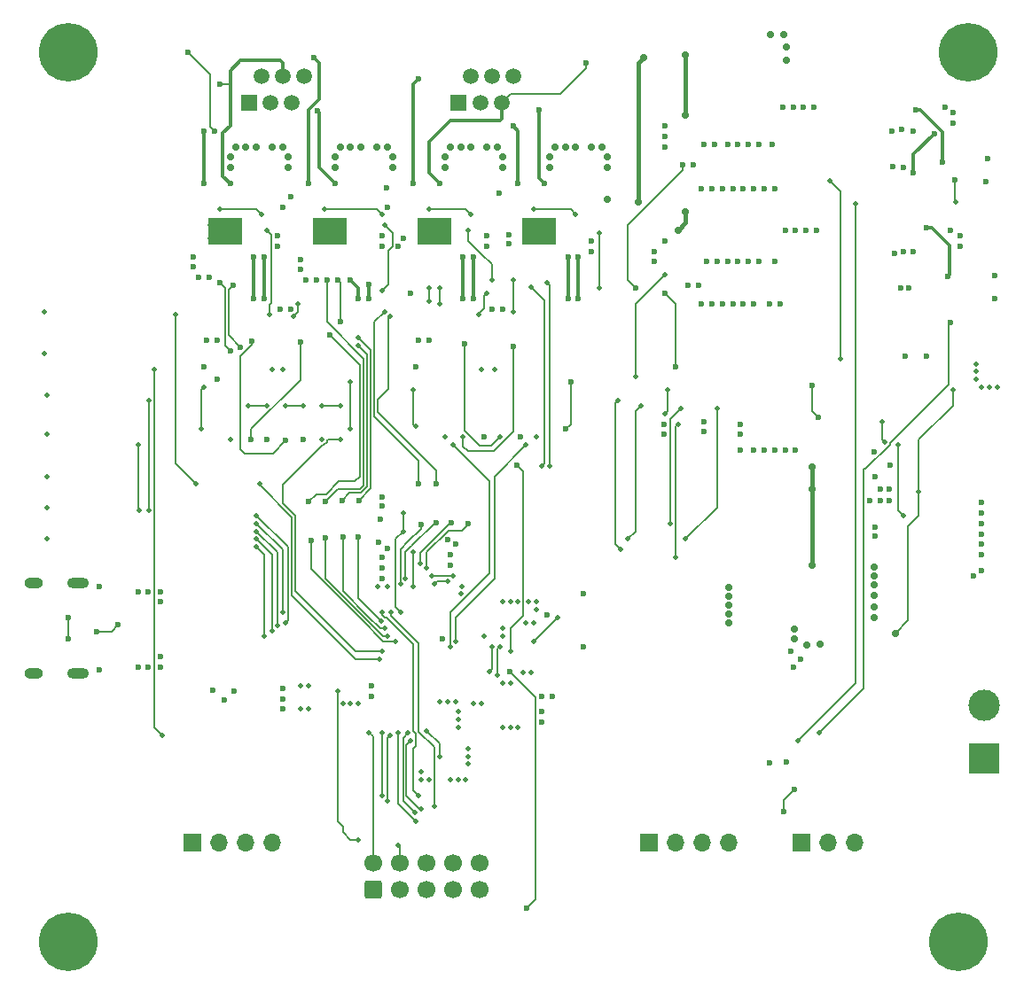
<source format=gbl>
G04 #@! TF.GenerationSoftware,KiCad,Pcbnew,8.0.1*
G04 #@! TF.CreationDate,2024-08-03T12:43:22+02:00*
G04 #@! TF.ProjectId,stepper_controller_v2,73746570-7065-4725-9f63-6f6e74726f6c,rev?*
G04 #@! TF.SameCoordinates,Original*
G04 #@! TF.FileFunction,Copper,L4,Bot*
G04 #@! TF.FilePolarity,Positive*
%FSLAX46Y46*%
G04 Gerber Fmt 4.6, Leading zero omitted, Abs format (unit mm)*
G04 Created by KiCad (PCBNEW 8.0.1) date 2024-08-03 12:43:22*
%MOMM*%
%LPD*%
G01*
G04 APERTURE LIST*
G04 Aperture macros list*
%AMRoundRect*
0 Rectangle with rounded corners*
0 $1 Rounding radius*
0 $2 $3 $4 $5 $6 $7 $8 $9 X,Y pos of 4 corners*
0 Add a 4 corners polygon primitive as box body*
4,1,4,$2,$3,$4,$5,$6,$7,$8,$9,$2,$3,0*
0 Add four circle primitives for the rounded corners*
1,1,$1+$1,$2,$3*
1,1,$1+$1,$4,$5*
1,1,$1+$1,$6,$7*
1,1,$1+$1,$8,$9*
0 Add four rect primitives between the rounded corners*
20,1,$1+$1,$2,$3,$4,$5,0*
20,1,$1+$1,$4,$5,$6,$7,0*
20,1,$1+$1,$6,$7,$8,$9,0*
20,1,$1+$1,$8,$9,$2,$3,0*%
G04 Aperture macros list end*
G04 #@! TA.AperFunction,ComponentPad*
%ADD10R,1.520000X1.520000*%
G04 #@! TD*
G04 #@! TA.AperFunction,ComponentPad*
%ADD11C,1.520000*%
G04 #@! TD*
G04 #@! TA.AperFunction,ComponentPad*
%ADD12C,0.630000*%
G04 #@! TD*
G04 #@! TA.AperFunction,SMDPad,CuDef*
%ADD13R,3.300000X2.600000*%
G04 #@! TD*
G04 #@! TA.AperFunction,ComponentPad*
%ADD14R,1.700000X1.700000*%
G04 #@! TD*
G04 #@! TA.AperFunction,ComponentPad*
%ADD15O,1.700000X1.700000*%
G04 #@! TD*
G04 #@! TA.AperFunction,ComponentPad*
%ADD16RoundRect,0.250000X0.600000X-0.600000X0.600000X0.600000X-0.600000X0.600000X-0.600000X-0.600000X0*%
G04 #@! TD*
G04 #@! TA.AperFunction,ComponentPad*
%ADD17C,1.700000*%
G04 #@! TD*
G04 #@! TA.AperFunction,ComponentPad*
%ADD18C,5.600000*%
G04 #@! TD*
G04 #@! TA.AperFunction,ComponentPad*
%ADD19R,3.000000X3.000000*%
G04 #@! TD*
G04 #@! TA.AperFunction,ComponentPad*
%ADD20C,3.000000*%
G04 #@! TD*
G04 #@! TA.AperFunction,ComponentPad*
%ADD21O,2.100000X1.000000*%
G04 #@! TD*
G04 #@! TA.AperFunction,ComponentPad*
%ADD22O,1.800000X1.000000*%
G04 #@! TD*
G04 #@! TA.AperFunction,ViaPad*
%ADD23C,0.460000*%
G04 #@! TD*
G04 #@! TA.AperFunction,ViaPad*
%ADD24C,0.700000*%
G04 #@! TD*
G04 #@! TA.AperFunction,ViaPad*
%ADD25C,0.600000*%
G04 #@! TD*
G04 #@! TA.AperFunction,Conductor*
%ADD26C,0.300000*%
G04 #@! TD*
G04 #@! TA.AperFunction,Conductor*
%ADD27C,0.128000*%
G04 #@! TD*
G04 #@! TA.AperFunction,Conductor*
%ADD28C,0.200000*%
G04 #@! TD*
G04 #@! TA.AperFunction,Conductor*
%ADD29C,0.180000*%
G04 #@! TD*
G04 #@! TA.AperFunction,Conductor*
%ADD30C,0.400000*%
G04 #@! TD*
G04 APERTURE END LIST*
D10*
X137325000Y-54840000D03*
D11*
X138470000Y-52300000D03*
X139365000Y-54840000D03*
X140510000Y-52300000D03*
X141405000Y-54840000D03*
X142550000Y-52300000D03*
D12*
X143700000Y-67775000D03*
X145000000Y-67775000D03*
X146300000Y-67775000D03*
D13*
X145000000Y-67125000D03*
D12*
X143700000Y-66475000D03*
X145000000Y-66475000D03*
X146300000Y-66475000D03*
X163700000Y-67775000D03*
X165000000Y-67775000D03*
X166300000Y-67775000D03*
D13*
X165000000Y-67125000D03*
D12*
X163700000Y-66475000D03*
X165000000Y-66475000D03*
X166300000Y-66475000D03*
D14*
X190055000Y-125500000D03*
D15*
X192595000Y-125500000D03*
X195135000Y-125500000D03*
D16*
X149130000Y-130000000D03*
D17*
X149130000Y-127460000D03*
X151670000Y-130000000D03*
X151670000Y-127460000D03*
X154210000Y-130000000D03*
X154210000Y-127460000D03*
X156750000Y-130000000D03*
X156750000Y-127460000D03*
X159290000Y-130000000D03*
X159290000Y-127460000D03*
D12*
X133700000Y-67775000D03*
X135000000Y-67775000D03*
X136300000Y-67775000D03*
D13*
X135000000Y-67125000D03*
D12*
X133700000Y-66475000D03*
X135000000Y-66475000D03*
X136300000Y-66475000D03*
D18*
X206000000Y-50000000D03*
X120000000Y-50000000D03*
D19*
X207500000Y-117500000D03*
D20*
X207500000Y-112420000D03*
D14*
X175500000Y-125500000D03*
D15*
X178040000Y-125500000D03*
X180580000Y-125500000D03*
X183120000Y-125500000D03*
D18*
X120000000Y-135000000D03*
D10*
X157325000Y-54840000D03*
D11*
X158470000Y-52300000D03*
X159365000Y-54840000D03*
X160510000Y-52300000D03*
X161405000Y-54840000D03*
X162550000Y-52300000D03*
D21*
X120925000Y-100680000D03*
D22*
X116745000Y-100680000D03*
D21*
X120925000Y-109320000D03*
D22*
X116745000Y-109320000D03*
D12*
X153700000Y-67775000D03*
X155000000Y-67775000D03*
X156300000Y-67775000D03*
D13*
X155000000Y-67125000D03*
D12*
X153700000Y-66475000D03*
X155000000Y-66475000D03*
X156300000Y-66475000D03*
D14*
X131880000Y-125500000D03*
D15*
X134420000Y-125500000D03*
X136960000Y-125500000D03*
X139500000Y-125500000D03*
D18*
X205000000Y-135000000D03*
D23*
X208750000Y-82000000D03*
D24*
X170000000Y-59000000D03*
D25*
X150500000Y-64800000D03*
D23*
X206750000Y-80500000D03*
D25*
X189250000Y-108750000D03*
D24*
X171500000Y-60000000D03*
D25*
X200750000Y-69000000D03*
X149700000Y-96800000D03*
X150500000Y-97400000D03*
X165250000Y-113000000D03*
X187500000Y-63000000D03*
X140000000Y-68500000D03*
X176936000Y-86500000D03*
D23*
X149580000Y-101000000D03*
D25*
X127686000Y-101500000D03*
X184250000Y-88000000D03*
D24*
X141000000Y-60000000D03*
D25*
X207250000Y-98000000D03*
D23*
X118000000Y-93500000D03*
D25*
X197600000Y-92800000D03*
D23*
X156500000Y-119500000D03*
D25*
X196975502Y-88175502D03*
X149800000Y-94600000D03*
X189000000Y-107250000D03*
X132000000Y-70500000D03*
X205250000Y-68500000D03*
D24*
X197000000Y-101900000D03*
X151000000Y-60000000D03*
D25*
X152000000Y-67750000D03*
D23*
X157500000Y-101700000D03*
D25*
X181500000Y-63000000D03*
D24*
X171500000Y-64000000D03*
D25*
X162100000Y-68300000D03*
D23*
X208000000Y-82000000D03*
D24*
X188600000Y-50750000D03*
D25*
X149000000Y-111500000D03*
X150400000Y-62900000D03*
D23*
X157250000Y-119500000D03*
D24*
X161500000Y-60000000D03*
X141000000Y-61000000D03*
D25*
X206500000Y-100000000D03*
X142250000Y-70750000D03*
D24*
X189400000Y-106000000D03*
D25*
X155750000Y-106000000D03*
X142500000Y-87000000D03*
X205250000Y-67500000D03*
D24*
X190600000Y-106600000D03*
D25*
X184250000Y-86500000D03*
D24*
X187100000Y-48250000D03*
D25*
X203750000Y-55250000D03*
D23*
X164500000Y-104500000D03*
D25*
X198500000Y-89400000D03*
X133500000Y-71500000D03*
X170000000Y-69000000D03*
X182500000Y-74000000D03*
X200750000Y-57500000D03*
X150000000Y-92500000D03*
X182500000Y-63000000D03*
X181500000Y-74000000D03*
X165250000Y-111500000D03*
X149000000Y-110500000D03*
X204500000Y-55750000D03*
D23*
X156250000Y-112000000D03*
D25*
X140500000Y-64800000D03*
D23*
X117750000Y-74750000D03*
X206750000Y-81250000D03*
X206750000Y-79750000D03*
D25*
X183500000Y-63000000D03*
D23*
X164750000Y-103250000D03*
D25*
X198925000Y-69175000D03*
D23*
X153750000Y-119500000D03*
D25*
X190000000Y-108000000D03*
D24*
X171000000Y-59000000D03*
X171500000Y-61000000D03*
X161000000Y-59000000D03*
D25*
X156250000Y-96564000D03*
X186500000Y-88000000D03*
X150000000Y-67500000D03*
D23*
X163750000Y-104500000D03*
D25*
X207250000Y-95000000D03*
D24*
X197000000Y-104000000D03*
D23*
X118000000Y-82750000D03*
D25*
X199652283Y-57351137D03*
X180500000Y-74000000D03*
X141300000Y-63800000D03*
X153250000Y-80000000D03*
X151564000Y-68500000D03*
X140000000Y-67500000D03*
X180500000Y-63000000D03*
D23*
X164750000Y-102500000D03*
D25*
X186500000Y-63000000D03*
D24*
X150500000Y-59000000D03*
D25*
X139000000Y-87000000D03*
X185500000Y-88000000D03*
X128814000Y-101500000D03*
X132000000Y-69500000D03*
X142250000Y-69750000D03*
X207700000Y-62300000D03*
X207250000Y-97000000D03*
X128814000Y-102500000D03*
X140500000Y-112750000D03*
D23*
X163500000Y-109250000D03*
X150500000Y-101000000D03*
D24*
X191800000Y-106500000D03*
D25*
X188000000Y-74000000D03*
X199750000Y-69000000D03*
D24*
X197000000Y-103000000D03*
D23*
X164750000Y-86750000D03*
D25*
X169250000Y-101750000D03*
X150000000Y-68500000D03*
X127686000Y-108750000D03*
X150000000Y-93300000D03*
X161200000Y-63400000D03*
X180750000Y-86250000D03*
X165750000Y-103750000D03*
D24*
X140500000Y-59000000D03*
D25*
X166250000Y-111500000D03*
X160000000Y-68500000D03*
D24*
X188600000Y-49500000D03*
D23*
X157000000Y-112000000D03*
D25*
X180750000Y-85250000D03*
X187500000Y-88000000D03*
D24*
X149500000Y-59000000D03*
D25*
X142750000Y-71750000D03*
D24*
X151000000Y-61000000D03*
D23*
X159500000Y-80250000D03*
X164000000Y-102500000D03*
D25*
X188500000Y-88000000D03*
X169250000Y-106750000D03*
D24*
X189400000Y-105100000D03*
D25*
X207250000Y-93000000D03*
X184500000Y-74000000D03*
X197100000Y-90500000D03*
X204250000Y-67000000D03*
X207250000Y-96000000D03*
X208500000Y-71300000D03*
D24*
X197000000Y-100900000D03*
D25*
X170000000Y-68000000D03*
D24*
X139500000Y-59000000D03*
D25*
X160000000Y-67500000D03*
D24*
X197006050Y-100048400D03*
D25*
X163250000Y-86750000D03*
X123000000Y-109000000D03*
D23*
X164250000Y-109250000D03*
D25*
X198648621Y-57475000D03*
X189500000Y-88000000D03*
X176936000Y-85500000D03*
D23*
X118000000Y-90500000D03*
D25*
X159750000Y-86750000D03*
D24*
X161500000Y-61000000D03*
D25*
X196564000Y-92800000D03*
X208500000Y-73500000D03*
X126750000Y-108750000D03*
D23*
X160750000Y-80250000D03*
D25*
X126750000Y-101500000D03*
D23*
X118000000Y-86500000D03*
X154500000Y-119500000D03*
D25*
X123000000Y-101000000D03*
X207800000Y-60100000D03*
X183500000Y-74000000D03*
X157000000Y-97000000D03*
D23*
X153750000Y-118750000D03*
D25*
X198400000Y-92800000D03*
X165250000Y-114000000D03*
D24*
X196998073Y-99193435D03*
D25*
X133000000Y-80000000D03*
X128814000Y-108750000D03*
D23*
X207250000Y-82000000D03*
X135500000Y-87000000D03*
D25*
X140500000Y-110750000D03*
X184500000Y-63000000D03*
X207250000Y-99500000D03*
D23*
X140500000Y-80250000D03*
D25*
X184250000Y-85500000D03*
D23*
X118000000Y-96500000D03*
D25*
X152750000Y-73000000D03*
D24*
X188350000Y-48250000D03*
D23*
X157600000Y-101000000D03*
D25*
X204500000Y-56750000D03*
D23*
X158000000Y-119500000D03*
X139500000Y-80250000D03*
D25*
X140500000Y-111750000D03*
X185500000Y-74000000D03*
X162100000Y-67400000D03*
X132500000Y-71500000D03*
D23*
X144250000Y-87000000D03*
D25*
X143750000Y-71750000D03*
X187000000Y-74000000D03*
X134250000Y-81250000D03*
X207250000Y-94000000D03*
D24*
X160000000Y-59000000D03*
D25*
X128814000Y-107750000D03*
X185500000Y-63000000D03*
D23*
X156000000Y-86750000D03*
X155500000Y-112000000D03*
D25*
X150000000Y-98200000D03*
X158750000Y-69500000D03*
D23*
X162250000Y-114500000D03*
D25*
X168750000Y-69500000D03*
X167750000Y-69500000D03*
D23*
X163000000Y-114500000D03*
D25*
X138750000Y-73500000D03*
X148750000Y-73500000D03*
D23*
X158250000Y-118000000D03*
D24*
X199000000Y-105500000D03*
D25*
X138750000Y-69500000D03*
X134900000Y-111900000D03*
D23*
X117750000Y-78750000D03*
D25*
X148750000Y-72186000D03*
X147750000Y-73500000D03*
X154500000Y-77500000D03*
D24*
X183100000Y-102800000D03*
D23*
X162250000Y-102500000D03*
X161500000Y-105750000D03*
X158250000Y-116500000D03*
X158750000Y-112250000D03*
D25*
X156500000Y-98000000D03*
X188600000Y-117800000D03*
X157750000Y-69500000D03*
X187000000Y-117900000D03*
X156500000Y-99000000D03*
X153500000Y-77500000D03*
X157750000Y-73500000D03*
D23*
X161500000Y-102500000D03*
D24*
X183100000Y-101944997D03*
D25*
X167750000Y-73500000D03*
D23*
X157250000Y-113000000D03*
D25*
X133250000Y-77500000D03*
X140250000Y-74500000D03*
D23*
X147750000Y-112250000D03*
D25*
X141250000Y-74500000D03*
X134250000Y-77500000D03*
X137750000Y-69500000D03*
X133800000Y-110900000D03*
D23*
X142250000Y-110500000D03*
X147000000Y-112250000D03*
D25*
X135900000Y-111000000D03*
D23*
X161500000Y-105000000D03*
X157250000Y-113750000D03*
D25*
X150000000Y-100250000D03*
D23*
X161500000Y-110250000D03*
D25*
X161500000Y-74500000D03*
D23*
X142250000Y-112750000D03*
D25*
X158750000Y-73500000D03*
D24*
X183100000Y-101089994D03*
D23*
X201250000Y-92000000D03*
X143000000Y-110500000D03*
D25*
X147000000Y-71750000D03*
D23*
X146250000Y-112250000D03*
D24*
X183100000Y-104510006D03*
D25*
X150000000Y-99250000D03*
D23*
X159500000Y-112250000D03*
X204500000Y-82250000D03*
D25*
X160500000Y-74500000D03*
D24*
X183100000Y-103655003D03*
D23*
X159750000Y-105750000D03*
X163000000Y-102500000D03*
X158250000Y-117250000D03*
X157250000Y-114500000D03*
X162250000Y-110250000D03*
X143000000Y-112750000D03*
D25*
X168750000Y-73500000D03*
D23*
X161500000Y-114500000D03*
D25*
X137750000Y-73500000D03*
D23*
X198000000Y-87250000D03*
D25*
X198400000Y-91700000D03*
D23*
X199250000Y-87500000D03*
D25*
X197100000Y-95400000D03*
X191700000Y-84900000D03*
X199500000Y-72500000D03*
X197100000Y-96200000D03*
X200300000Y-72500000D03*
X202000000Y-79000000D03*
X191100000Y-81800000D03*
X197600000Y-91700000D03*
X199750000Y-60950000D03*
D23*
X197750000Y-85250000D03*
D25*
X200000000Y-79000000D03*
D23*
X199750000Y-94250000D03*
D25*
X198800000Y-60900000D03*
D23*
X137250000Y-83750000D03*
X139000000Y-83750000D03*
X140750000Y-83750000D03*
X142500000Y-83750000D03*
X160250000Y-109181000D03*
X166750000Y-104000000D03*
X164500000Y-106250000D03*
X160500000Y-106750000D03*
X161250000Y-106750000D03*
X161000000Y-109500000D03*
D25*
X163800000Y-131800000D03*
X162200000Y-109200000D03*
D23*
X130250000Y-75000000D03*
X132250000Y-91250000D03*
X162250000Y-107250000D03*
D25*
X162900000Y-89400000D03*
X153500000Y-52500000D03*
X153000000Y-62500000D03*
X165500000Y-62500000D03*
X165000000Y-55500000D03*
X162500000Y-57000000D03*
X163000000Y-62500000D03*
X155500000Y-62500000D03*
X169500000Y-51000000D03*
X122750000Y-105340000D03*
X124792194Y-104707806D03*
D24*
X191100000Y-91700000D03*
X191100000Y-89600000D03*
X191100000Y-99000000D03*
D23*
X158500000Y-65500000D03*
X154500000Y-65000000D03*
X160500000Y-71750000D03*
X158250000Y-67000000D03*
X162500000Y-71750000D03*
X162500000Y-74750000D03*
X159250000Y-75000000D03*
X170750000Y-72500000D03*
X164500000Y-65000000D03*
X170750000Y-67250000D03*
X168500000Y-65500000D03*
X160000000Y-73000000D03*
X138500000Y-65500000D03*
X139000000Y-67000000D03*
X134500000Y-65000000D03*
X139250000Y-75000000D03*
X144250000Y-83750000D03*
X146000000Y-83750000D03*
X144500000Y-65000000D03*
X150250000Y-66500000D03*
X150000000Y-65500000D03*
X141500000Y-75250000D03*
X150000000Y-72750000D03*
X142000000Y-74000000D03*
D25*
X143500000Y-50500000D03*
X143000000Y-62500000D03*
X134000000Y-57500000D03*
X131500000Y-50000000D03*
X145500000Y-62500000D03*
X143834620Y-55584620D03*
X135500000Y-62500000D03*
X134500000Y-53000000D03*
X133000000Y-57500000D03*
X133000000Y-62500000D03*
D23*
X151750000Y-103500000D03*
X152000000Y-94000000D03*
X152000000Y-95750000D03*
X153099311Y-122650689D03*
X152500000Y-115000000D03*
X138000000Y-95750000D03*
X140000000Y-104750000D03*
X153750000Y-122250000D03*
X152750000Y-115750000D03*
X138000000Y-96500000D03*
X139500000Y-105250000D03*
X148750000Y-115000000D03*
X138750000Y-105750000D03*
X138000000Y-97250000D03*
X147750000Y-125250000D03*
X145750000Y-111000000D03*
X151500000Y-125750000D03*
X153250000Y-123500000D03*
X151500000Y-115000000D03*
X153500000Y-121000000D03*
X150000000Y-103500000D03*
X150500000Y-121500000D03*
X150750000Y-115250000D03*
D25*
X189400000Y-120400000D03*
X188400000Y-122500000D03*
D23*
X155000000Y-122000000D03*
X150876804Y-103506923D03*
D25*
X180250000Y-72250000D03*
X181000000Y-70000000D03*
X179250000Y-72250000D03*
X183000000Y-70000000D03*
X190500000Y-67000000D03*
X187500000Y-70000000D03*
D23*
X172750000Y-97500000D03*
X172500000Y-83250000D03*
D25*
X185000000Y-70000000D03*
D23*
X177000000Y-71250000D03*
X174250000Y-81000000D03*
D25*
X191500000Y-67000000D03*
X189500000Y-67000000D03*
X184000000Y-70000000D03*
X188500000Y-67000000D03*
X186000000Y-70000000D03*
X182000000Y-70000000D03*
D24*
X157500000Y-59000000D03*
X167500000Y-59000000D03*
D25*
X177000000Y-58000000D03*
D24*
X166500000Y-59000000D03*
X156500000Y-59000000D03*
X166000000Y-61000000D03*
X156000000Y-61000000D03*
X168500000Y-59000000D03*
X156000000Y-60000000D03*
D25*
X177000000Y-57000000D03*
D24*
X166000000Y-60000000D03*
D25*
X177000000Y-59000000D03*
D24*
X158500000Y-59000000D03*
X146000000Y-59000000D03*
X135500000Y-60000000D03*
X148000000Y-59000000D03*
X138000000Y-59000000D03*
X136000000Y-59000000D03*
X137000000Y-59000000D03*
D25*
X176000000Y-69000000D03*
D24*
X147000000Y-59000000D03*
X145500000Y-61000000D03*
D25*
X176000000Y-70000000D03*
X177000000Y-68000000D03*
D24*
X135500000Y-61000000D03*
X145500000Y-60000000D03*
D25*
X202750000Y-57750000D03*
X200750000Y-61500000D03*
X142200000Y-77686000D03*
X137500000Y-87000000D03*
X202000000Y-66750000D03*
X204000000Y-71400000D03*
X203500000Y-60500000D03*
X201000000Y-55500000D03*
X204300000Y-75800000D03*
D23*
X191750000Y-115000000D03*
X195200000Y-64500000D03*
D25*
X204700000Y-62200000D03*
D23*
X189750000Y-115750000D03*
X204750000Y-64250000D03*
X133000000Y-82000000D03*
X138300000Y-91250000D03*
X149750000Y-108000000D03*
X132750000Y-86000000D03*
X147000000Y-86000000D03*
X147000000Y-81500000D03*
X150000000Y-107250000D03*
X146000000Y-87000000D03*
X156500000Y-106750000D03*
X156750000Y-87500000D03*
X153250000Y-85750000D03*
X153000000Y-82250000D03*
X157000000Y-106250000D03*
D25*
X167500000Y-86000000D03*
X168000000Y-81500000D03*
D23*
X163750000Y-87500000D03*
X152250000Y-100250000D03*
D25*
X155200000Y-94900000D03*
X153700000Y-95100000D03*
D23*
X151750000Y-100750000D03*
D25*
X144600000Y-96400000D03*
D23*
X150500000Y-105750000D03*
X151250000Y-106250000D03*
D25*
X143200000Y-96600000D03*
X147700000Y-96300000D03*
D23*
X149903170Y-104351592D03*
X150250000Y-105000000D03*
D25*
X146300000Y-96300000D03*
X158200000Y-95000000D03*
D23*
X154250000Y-99250000D03*
D25*
X156600000Y-94900000D03*
D23*
X153625000Y-98875000D03*
D24*
X179000000Y-56000000D03*
X175000000Y-50500000D03*
X179000000Y-65250000D03*
X174500000Y-64250000D03*
X179000000Y-50250000D03*
X178250000Y-67000000D03*
D23*
X192750000Y-62250000D03*
D25*
X178750000Y-60750000D03*
X187250000Y-58750000D03*
X181750000Y-58750000D03*
X186000000Y-58750000D03*
X178000000Y-80000000D03*
D23*
X177000000Y-84500000D03*
D25*
X180750000Y-58750000D03*
X190250000Y-55250000D03*
X177000000Y-73000000D03*
X189250000Y-55250000D03*
D23*
X178250000Y-85500000D03*
X193750000Y-79250000D03*
D25*
X179750000Y-60750000D03*
X184000000Y-58750000D03*
X183000000Y-58750000D03*
D23*
X178000000Y-98250000D03*
D25*
X174250000Y-72500000D03*
X188250000Y-55250000D03*
D23*
X177250000Y-82250000D03*
D25*
X185000000Y-58750000D03*
X191250000Y-55250000D03*
D23*
X178500000Y-84000000D03*
X153000000Y-97750000D03*
X177500000Y-95000000D03*
X153006000Y-101000000D03*
X156750000Y-100000000D03*
X173500000Y-96500000D03*
X154750000Y-100000000D03*
X174750000Y-83750000D03*
X156250000Y-100500000D03*
X154995000Y-100750000D03*
X179000000Y-96500000D03*
X182000000Y-84000000D03*
X150000000Y-121000000D03*
X150000000Y-115000000D03*
X126750000Y-87500000D03*
X126775000Y-93775000D03*
X138000000Y-95000000D03*
X140500000Y-103500000D03*
X138000000Y-94250000D03*
X127750000Y-83250000D03*
X127750000Y-93750000D03*
X140750000Y-104500000D03*
X128250000Y-80250000D03*
X129000000Y-115250000D03*
X154255505Y-114793907D03*
X155500000Y-117250000D03*
D25*
X140800000Y-87100000D03*
X137600000Y-77600000D03*
X162500000Y-78100000D03*
D23*
X157750000Y-86750000D03*
D25*
X157900000Y-77800000D03*
D23*
X161250000Y-86750000D03*
D25*
X143000000Y-92900000D03*
X145000000Y-77000000D03*
X146000000Y-75750000D03*
X145750000Y-71750000D03*
X144750000Y-71750000D03*
X144600000Y-92900000D03*
X136500000Y-78186000D03*
X135750000Y-72250000D03*
D23*
X147750000Y-78000000D03*
D25*
X146200000Y-92800000D03*
D23*
X147750000Y-77250000D03*
D25*
X135500000Y-78500000D03*
X134500000Y-72000000D03*
X147800000Y-92800000D03*
D23*
X166000000Y-89500000D03*
X165750000Y-72000000D03*
X164250000Y-72442000D03*
X165250000Y-89500000D03*
X150750000Y-75250000D03*
X155500000Y-74000000D03*
D25*
X155200000Y-91200000D03*
D23*
X155500000Y-72500000D03*
X154500000Y-72500000D03*
X150250000Y-74750000D03*
X154500000Y-73750000D03*
D25*
X153500000Y-91200000D03*
X120000000Y-104000000D03*
X120000000Y-106000000D03*
D26*
X148750000Y-72186000D02*
X148750000Y-73500000D01*
X157750000Y-69500000D02*
X157750000Y-73500000D01*
D27*
X201250000Y-87000000D02*
X204500000Y-83750000D01*
X200244000Y-95256000D02*
X201200000Y-94300000D01*
D26*
X147000000Y-71750000D02*
X147750000Y-72500000D01*
D27*
X201250000Y-92000000D02*
X201250000Y-91500000D01*
D26*
X167750000Y-69500000D02*
X167750000Y-73500000D01*
X137750000Y-69500000D02*
X137750000Y-73500000D01*
D27*
X204500000Y-83750000D02*
X204500000Y-82250000D01*
X201200000Y-92050000D02*
X201250000Y-92000000D01*
D26*
X138750000Y-69750000D02*
X138750000Y-69500000D01*
D27*
X200244000Y-104256000D02*
X200244000Y-95256000D01*
D26*
X138750000Y-73500000D02*
X138750000Y-69750000D01*
X158750000Y-69500000D02*
X158750000Y-73500000D01*
X147750000Y-72500000D02*
X147750000Y-73500000D01*
X168750000Y-69500000D02*
X168750000Y-73500000D01*
D27*
X201200000Y-94300000D02*
X201200000Y-92050000D01*
X199000000Y-105500000D02*
X200244000Y-104256000D01*
X201250000Y-91500000D02*
X201250000Y-87000000D01*
X197750000Y-85250000D02*
X197750000Y-87000000D01*
X197750000Y-87000000D02*
X198000000Y-87250000D01*
X199750000Y-94250000D02*
X199250000Y-93750000D01*
X191100000Y-84300000D02*
X191700000Y-84900000D01*
X199250000Y-93750000D02*
X199250000Y-87500000D01*
X191100000Y-81800000D02*
X191100000Y-84300000D01*
X137250000Y-83750000D02*
X139000000Y-83750000D01*
X140750000Y-83750000D02*
X142500000Y-83750000D01*
X166250000Y-104500000D02*
X164500000Y-106250000D01*
X166750000Y-104000000D02*
X166250000Y-104500000D01*
X160500000Y-106750000D02*
X160500000Y-108931000D01*
X160500000Y-108931000D02*
X160250000Y-109181000D01*
X161250000Y-106750000D02*
X161000000Y-107000000D01*
X161000000Y-107000000D02*
X161000000Y-109500000D01*
X130250000Y-89250000D02*
X130250000Y-75000000D01*
D28*
X164650000Y-130950000D02*
X164650000Y-111650000D01*
X164650000Y-111650000D02*
X162200000Y-109200000D01*
X163800000Y-131800000D02*
X164650000Y-130950000D01*
D27*
X163500000Y-103801378D02*
X162250000Y-105051378D01*
X163500000Y-90000000D02*
X163500000Y-103801378D01*
X162900000Y-89400000D02*
X163500000Y-90000000D01*
X162250000Y-105051378D02*
X162250000Y-107250000D01*
X132250000Y-91250000D02*
X130250000Y-89250000D01*
D26*
X153000000Y-62500000D02*
X153000000Y-53000000D01*
X153000000Y-53000000D02*
X153500000Y-52500000D01*
X165000000Y-62000000D02*
X165000000Y-55500000D01*
X165500000Y-62500000D02*
X165000000Y-62000000D01*
X163000000Y-57500000D02*
X162500000Y-57000000D01*
X163000000Y-62500000D02*
X163000000Y-57500000D01*
X161250000Y-56500000D02*
X161405000Y-56345000D01*
X155500000Y-62500000D02*
X154500000Y-61500000D01*
D28*
X162245000Y-54000000D02*
X161405000Y-54840000D01*
X167000000Y-54000000D02*
X162245000Y-54000000D01*
D26*
X161405000Y-56345000D02*
X161405000Y-54840000D01*
X154500000Y-61500000D02*
X154500000Y-58500000D01*
X154500000Y-58500000D02*
X156500000Y-56500000D01*
D28*
X169500000Y-51500000D02*
X169500000Y-51000000D01*
X167000000Y-54000000D02*
X169500000Y-51500000D01*
D26*
X156500000Y-56500000D02*
X161250000Y-56500000D01*
D29*
X122750000Y-105340000D02*
X124160000Y-105340000D01*
X124160000Y-105340000D02*
X124792194Y-104707806D01*
D30*
X191100000Y-98500000D02*
X191100000Y-91700000D01*
X191100000Y-99000000D02*
X191100000Y-98500000D01*
X191100000Y-91700000D02*
X191100000Y-89600000D01*
D27*
X158250000Y-68000000D02*
X158250000Y-67000000D01*
X154500000Y-65000000D02*
X158000000Y-65000000D01*
X160500000Y-70250000D02*
X159500000Y-69250000D01*
X162500000Y-74750000D02*
X162500000Y-71750000D01*
X158000000Y-65000000D02*
X158500000Y-65500000D01*
X159500000Y-69250000D02*
X158250000Y-68000000D01*
X160500000Y-71750000D02*
X160500000Y-70250000D01*
X170750000Y-72500000D02*
X170750000Y-72000000D01*
X170750000Y-72000000D02*
X170750000Y-67250000D01*
X168000000Y-65000000D02*
X168500000Y-65500000D01*
X159750000Y-73250000D02*
X160000000Y-73000000D01*
X159250000Y-74952383D02*
X159750000Y-74452383D01*
X159750000Y-74452383D02*
X159750000Y-73250000D01*
X159250000Y-75000000D02*
X159250000Y-74952383D01*
X164500000Y-65000000D02*
X168000000Y-65000000D01*
X138000000Y-65000000D02*
X138500000Y-65500000D01*
X139250000Y-74122000D02*
X139436000Y-73936000D01*
X139436000Y-73936000D02*
X139436000Y-67436000D01*
X139250000Y-75000000D02*
X139250000Y-74122000D01*
X134500000Y-65000000D02*
X138000000Y-65000000D01*
X139436000Y-67436000D02*
X139000000Y-67000000D01*
X144500000Y-83750000D02*
X146000000Y-83750000D01*
X144250000Y-83750000D02*
X144500000Y-83750000D01*
X142000000Y-74750000D02*
X142000000Y-74000000D01*
X150564000Y-72186000D02*
X150564000Y-68936000D01*
X150000000Y-65500000D02*
X149500000Y-65000000D01*
X150000000Y-72750000D02*
X150500000Y-72250000D01*
X150500000Y-72250000D02*
X150564000Y-72186000D01*
X150564000Y-68936000D02*
X151000000Y-68500000D01*
X149500000Y-65000000D02*
X144500000Y-65000000D01*
X141500000Y-75250000D02*
X142000000Y-74750000D01*
X151000000Y-67250000D02*
X150250000Y-66500000D01*
X151000000Y-68500000D02*
X151000000Y-67250000D01*
D26*
X143000000Y-62500000D02*
X143000000Y-55500000D01*
X143000000Y-55500000D02*
X144000000Y-54500000D01*
X144000000Y-51000000D02*
X143500000Y-50500000D01*
X144000000Y-54500000D02*
X144000000Y-51000000D01*
X144000000Y-61000000D02*
X144000000Y-58000000D01*
X144000000Y-58000000D02*
X144000000Y-55750000D01*
X144000000Y-55750000D02*
X143834620Y-55584620D01*
D28*
X133600000Y-57100000D02*
X134000000Y-57500000D01*
X133600000Y-52100000D02*
X133600000Y-57100000D01*
X131500000Y-50000000D02*
X133600000Y-52100000D01*
D26*
X145500000Y-62500000D02*
X144000000Y-61000000D01*
X140510000Y-51010000D02*
X140510000Y-52300000D01*
X135500000Y-53000000D02*
X135500000Y-51750000D01*
X135500000Y-57000000D02*
X135500000Y-53000000D01*
X140010000Y-50760000D02*
X140260000Y-50760000D01*
X140000000Y-50750000D02*
X140010000Y-50760000D01*
X135500000Y-51750000D02*
X136500000Y-50750000D01*
X135500000Y-62500000D02*
X134800000Y-61800000D01*
X134800000Y-57700000D02*
X135500000Y-57000000D01*
X136500000Y-50750000D02*
X140000000Y-50750000D01*
X140260000Y-50760000D02*
X140510000Y-51010000D01*
X134800000Y-61800000D02*
X134800000Y-57700000D01*
D28*
X134500000Y-53000000D02*
X135500000Y-53000000D01*
D26*
X133000000Y-62500000D02*
X133000000Y-57500000D01*
D27*
X151250000Y-96500000D02*
X152000000Y-95750000D01*
X152000000Y-95750000D02*
X152000000Y-94000000D01*
X151250000Y-103000000D02*
X151250000Y-96500000D01*
X151750000Y-103500000D02*
X151250000Y-103000000D01*
X152000000Y-121551378D02*
X152000000Y-115500000D01*
X152000000Y-115500000D02*
X152500000Y-115000000D01*
X153099311Y-122650689D02*
X152000000Y-121551378D01*
X138000000Y-95750000D02*
X140000000Y-97750000D01*
X140000000Y-97750000D02*
X140000000Y-104750000D01*
X152750000Y-115750000D02*
X152328000Y-116172000D01*
X152328000Y-121000000D02*
X153578000Y-122250000D01*
X152328000Y-116172000D02*
X152328000Y-121000000D01*
X153578000Y-122250000D02*
X153750000Y-122250000D01*
X139500000Y-98000000D02*
X139500000Y-105250000D01*
X138000000Y-96500000D02*
X139500000Y-98000000D01*
X149130000Y-127460000D02*
X149130000Y-115380000D01*
X149130000Y-115380000D02*
X148750000Y-115000000D01*
X138000000Y-97250000D02*
X138750000Y-98000000D01*
X138750000Y-98000000D02*
X138750000Y-105750000D01*
X147000000Y-125250000D02*
X146250000Y-124500000D01*
X146250000Y-124000000D02*
X145750000Y-123500000D01*
X151670000Y-125920000D02*
X151500000Y-125750000D01*
X145750000Y-123500000D02*
X145750000Y-111000000D01*
X151670000Y-127460000D02*
X151670000Y-125920000D01*
X146250000Y-124500000D02*
X146250000Y-124000000D01*
X147750000Y-125250000D02*
X147000000Y-125250000D01*
X153250000Y-123500000D02*
X151500000Y-121750000D01*
X151500000Y-121750000D02*
X151500000Y-115000000D01*
X150000000Y-103750000D02*
X150000000Y-103500000D01*
X153000000Y-116500000D02*
X153250000Y-116250000D01*
X153000000Y-120500000D02*
X153000000Y-116500000D01*
X150244000Y-103994000D02*
X150000000Y-103750000D01*
X153250000Y-115114551D02*
X153000000Y-114864551D01*
X153500000Y-121000000D02*
X153000000Y-120500000D01*
X153000000Y-106551378D02*
X150442622Y-103994000D01*
X150442622Y-103994000D02*
X150244000Y-103994000D01*
X153000000Y-114864551D02*
X153000000Y-106551378D01*
X153250000Y-116250000D02*
X153250000Y-115114551D01*
X150500000Y-115500000D02*
X150750000Y-115250000D01*
X150500000Y-121500000D02*
X150500000Y-115500000D01*
X150876804Y-103506923D02*
X150876804Y-103825426D01*
X153500000Y-106448622D02*
X153500000Y-114900689D01*
X188400000Y-122500000D02*
X188400000Y-121400000D01*
X153500000Y-114900689D02*
X155000000Y-116400689D01*
X188400000Y-121400000D02*
X189400000Y-120400000D01*
X150876804Y-103825426D02*
X153500000Y-106448622D01*
X155000000Y-116400689D02*
X155000000Y-122000000D01*
X172250000Y-97000000D02*
X172250000Y-83500000D01*
X177000000Y-71250000D02*
X174250000Y-74000000D01*
X174250000Y-74000000D02*
X174250000Y-81000000D01*
X172250000Y-83500000D02*
X172500000Y-83250000D01*
X172750000Y-97500000D02*
X172250000Y-97000000D01*
D26*
X200750000Y-59750000D02*
X202750000Y-57750000D01*
X200750000Y-61500000D02*
X200750000Y-59750000D01*
D28*
X142200000Y-81299534D02*
X142200000Y-77686000D01*
X137500000Y-85999534D02*
X142200000Y-81299534D01*
X137500000Y-87000000D02*
X137500000Y-85999534D01*
D26*
X202500000Y-66750000D02*
X202000000Y-66750000D01*
X204200000Y-71200000D02*
X204200000Y-68450000D01*
X204200000Y-68450000D02*
X202500000Y-66750000D01*
X204000000Y-71400000D02*
X204200000Y-71200000D01*
X201419239Y-55500000D02*
X201000000Y-55500000D01*
X203500000Y-60500000D02*
X203500000Y-57580761D01*
X203500000Y-57580761D02*
X201419239Y-55500000D01*
D27*
X204100000Y-81500000D02*
X204100000Y-76000000D01*
X198494000Y-87306000D02*
X204100000Y-81700000D01*
X196000000Y-89800000D02*
X196148622Y-89800000D01*
X198494000Y-87454622D02*
X198494000Y-87306000D01*
X196148622Y-89800000D02*
X198494000Y-87454622D01*
X204100000Y-81700000D02*
X204100000Y-81500000D01*
X191750000Y-115000000D02*
X196000000Y-110750000D01*
X204100000Y-76000000D02*
X204300000Y-75800000D01*
X196000000Y-110750000D02*
X196000000Y-89800000D01*
X195250000Y-64550000D02*
X195250000Y-110250000D01*
X195200000Y-64500000D02*
X195250000Y-64550000D01*
X195250000Y-110250000D02*
X189750000Y-115750000D01*
D28*
X204700000Y-64200000D02*
X204750000Y-64250000D01*
X204700000Y-62200000D02*
X204700000Y-64200000D01*
D27*
X141400000Y-101900000D02*
X142875000Y-103375000D01*
X132750000Y-82250000D02*
X133000000Y-82000000D01*
X141400000Y-94400000D02*
X141400000Y-101900000D01*
X138300000Y-91250000D02*
X138300000Y-91300000D01*
X138300000Y-91300000D02*
X141400000Y-94400000D01*
X147500000Y-108000000D02*
X149750000Y-108000000D01*
X142875000Y-103375000D02*
X147500000Y-108000000D01*
X132750000Y-86000000D02*
X132750000Y-82250000D01*
X146000000Y-87000000D02*
X144800000Y-87000000D01*
X141728000Y-101478000D02*
X147500000Y-107250000D01*
X144800000Y-87000000D02*
X144744000Y-87056000D01*
X144744000Y-87204622D02*
X144454622Y-87494000D01*
X141728000Y-94264138D02*
X141728000Y-100250000D01*
X147000000Y-81500000D02*
X147000000Y-86000000D01*
X144744000Y-87056000D02*
X144744000Y-87204622D01*
X147500000Y-107250000D02*
X150000000Y-107250000D01*
X140500000Y-91300000D02*
X140500000Y-93036138D01*
X144306000Y-87494000D02*
X140500000Y-91300000D01*
X141728000Y-100250000D02*
X141728000Y-101478000D01*
X140500000Y-93036138D02*
X141728000Y-94264138D01*
X144454622Y-87494000D02*
X144306000Y-87494000D01*
X160250000Y-91000000D02*
X156750000Y-87500000D01*
X156500000Y-106750000D02*
X156500000Y-103500000D01*
X160250000Y-99750000D02*
X160250000Y-91000000D01*
X153000000Y-85500000D02*
X153000000Y-82250000D01*
X156500000Y-103500000D02*
X160250000Y-99750000D01*
X153250000Y-85750000D02*
X153000000Y-85500000D01*
X163750000Y-87500000D02*
X160750000Y-90500000D01*
X160750000Y-100250000D02*
X157000000Y-104000000D01*
X160750000Y-91250000D02*
X160750000Y-100250000D01*
X157000000Y-104000000D02*
X157000000Y-106250000D01*
X168000000Y-85500000D02*
X167500000Y-86000000D01*
X160750000Y-90500000D02*
X160750000Y-91250000D01*
X168000000Y-81500000D02*
X168000000Y-85500000D01*
X152822000Y-97178000D02*
X155100000Y-94900000D01*
X152250000Y-100250000D02*
X152250000Y-97750000D01*
X152250000Y-97750000D02*
X152822000Y-97178000D01*
X155100000Y-94900000D02*
X155200000Y-94900000D01*
X153700000Y-95550000D02*
X153700000Y-95100000D01*
X151750000Y-100750000D02*
X151750000Y-97500000D01*
X151750000Y-97500000D02*
X152494000Y-96756000D01*
X152494000Y-96756000D02*
X153700000Y-95550000D01*
X150087516Y-105750000D02*
X148250000Y-103912484D01*
X150500000Y-105750000D02*
X150087516Y-105750000D01*
X148250000Y-103912484D02*
X144600000Y-100262484D01*
X144600000Y-100262484D02*
X144600000Y-96400000D01*
X151250000Y-106250000D02*
X150123654Y-106250000D01*
X147986827Y-104113173D02*
X143200000Y-99326346D01*
X150123654Y-106250000D02*
X147986827Y-104113173D01*
X143200000Y-99326346D02*
X143200000Y-96600000D01*
X147700000Y-102148422D02*
X147700000Y-96300000D01*
X148975789Y-103424211D02*
X147700000Y-102148422D01*
X149903170Y-104351592D02*
X148975789Y-103424211D01*
X149801378Y-105000000D02*
X148594000Y-103792622D01*
X150250000Y-105000000D02*
X149801378Y-105000000D01*
X148594000Y-103792622D02*
X146300000Y-101498622D01*
X146300000Y-101498622D02*
X146300000Y-96300000D01*
X158200000Y-95000000D02*
X158200000Y-95100000D01*
X156316383Y-95700000D02*
X154250000Y-97766383D01*
X154250000Y-97766383D02*
X154250000Y-99250000D01*
X157600000Y-95700000D02*
X156316383Y-95700000D01*
X158200000Y-95100000D02*
X157600000Y-95700000D01*
X153625000Y-97823622D02*
X153625000Y-98875000D01*
X156600000Y-94900000D02*
X156548622Y-94900000D01*
X153625000Y-98875000D02*
X153750000Y-98750000D01*
X153600000Y-98850000D02*
X153625000Y-98875000D01*
X156548622Y-94900000D02*
X153625000Y-97823622D01*
D30*
X179000000Y-50250000D02*
X179000000Y-51000000D01*
X175000000Y-50500000D02*
X174500000Y-51000000D01*
X179000000Y-65250000D02*
X179000000Y-66250000D01*
X179000000Y-66250000D02*
X178250000Y-67000000D01*
X174500000Y-51000000D02*
X174500000Y-64250000D01*
X179000000Y-51000000D02*
X179000000Y-56000000D01*
D27*
X193750000Y-79250000D02*
X193750000Y-63250000D01*
X178750000Y-61250000D02*
X178750000Y-60750000D01*
X173500000Y-66500000D02*
X178750000Y-61250000D01*
X178000000Y-80000000D02*
X178000000Y-74000000D01*
X193750000Y-63250000D02*
X192750000Y-62250000D01*
X174250000Y-72500000D02*
X173500000Y-71750000D01*
X173500000Y-71750000D02*
X173500000Y-66500000D01*
X177250000Y-84250000D02*
X177250000Y-82250000D01*
X178000000Y-74000000D02*
X177000000Y-73000000D01*
X178000000Y-98250000D02*
X178000000Y-85750000D01*
X178000000Y-85750000D02*
X178250000Y-85500000D01*
X177000000Y-84500000D02*
X177250000Y-84250000D01*
X177500000Y-85000000D02*
X178500000Y-84000000D01*
X153006000Y-97756000D02*
X153000000Y-97750000D01*
X177500000Y-95000000D02*
X177500000Y-85000000D01*
X153006000Y-101000000D02*
X153006000Y-97756000D01*
X154750000Y-100000000D02*
X156750000Y-100000000D01*
X174250000Y-95750000D02*
X174250000Y-84250000D01*
X174250000Y-84250000D02*
X174750000Y-83750000D01*
X173500000Y-96500000D02*
X174250000Y-95750000D01*
X179000000Y-96500000D02*
X182000000Y-93500000D01*
X154995000Y-100750000D02*
X155245000Y-100500000D01*
X182000000Y-93500000D02*
X182000000Y-84000000D01*
X155245000Y-100500000D02*
X156250000Y-100500000D01*
X150000000Y-120250000D02*
X150000000Y-115000000D01*
X150000000Y-121000000D02*
X150000000Y-120250000D01*
X126750000Y-87500000D02*
X126750000Y-93750000D01*
X140500000Y-97500000D02*
X138000000Y-95000000D01*
X140500000Y-103500000D02*
X140500000Y-97500000D01*
X126750000Y-93750000D02*
X126775000Y-93775000D01*
X138000000Y-94250000D02*
X140994000Y-97244000D01*
X140994000Y-104256000D02*
X140750000Y-104500000D01*
X127750000Y-93750000D02*
X127750000Y-83250000D01*
X140994000Y-97244000D02*
X140994000Y-104256000D01*
X128250000Y-80250000D02*
X128250000Y-114500000D01*
X128250000Y-114500000D02*
X129000000Y-115250000D01*
X155500000Y-117250000D02*
X155500000Y-116038402D01*
X155500000Y-116038402D02*
X154255505Y-114793907D01*
D28*
X136500000Y-87900000D02*
X136900000Y-88300000D01*
X139600000Y-88300000D02*
X140800000Y-87100000D01*
X136500000Y-79034529D02*
X136500000Y-87900000D01*
X137600000Y-77600000D02*
X137600000Y-77934529D01*
X137600000Y-77934529D02*
X136500000Y-79034529D01*
X136900000Y-88300000D02*
X139600000Y-88300000D01*
X162500000Y-78100000D02*
X162500000Y-86249534D01*
X157750000Y-87650000D02*
X157750000Y-86750000D01*
X162500000Y-86249534D02*
X160649534Y-88100000D01*
X158200000Y-88100000D02*
X157750000Y-87650000D01*
X160649534Y-88100000D02*
X158200000Y-88100000D01*
X160400000Y-87600000D02*
X161250000Y-86750000D01*
X159350233Y-87600000D02*
X160400000Y-87600000D01*
X157900000Y-77800000D02*
X157900000Y-86149767D01*
X157900000Y-86149767D02*
X159350233Y-87600000D01*
D27*
X143000000Y-92900000D02*
X143700000Y-92200000D01*
X143700000Y-92200000D02*
X144700000Y-92200000D01*
X144700000Y-92200000D02*
X145900000Y-91000000D01*
X145900000Y-91000000D02*
X147400000Y-91000000D01*
X147400000Y-91000000D02*
X147900000Y-90500000D01*
X146000000Y-72000000D02*
X145750000Y-71750000D01*
X146000000Y-75750000D02*
X146000000Y-72000000D01*
X147900000Y-90500000D02*
X147900000Y-79900000D01*
X147900000Y-79900000D02*
X145000000Y-77000000D01*
X144750000Y-75750000D02*
X144750000Y-71750000D01*
X144600000Y-92900000D02*
X145800000Y-91700000D01*
X145800000Y-91700000D02*
X147900000Y-91700000D01*
X147900000Y-91700000D02*
X148250000Y-91350000D01*
X148250000Y-79250000D02*
X144750000Y-75750000D01*
X148250000Y-91350000D02*
X148250000Y-79250000D01*
X146200000Y-92800000D02*
X146900000Y-92100000D01*
X135328000Y-72672000D02*
X135750000Y-72250000D01*
X148000000Y-92100000D02*
X148594000Y-91506000D01*
X136500000Y-78186000D02*
X135328000Y-77014000D01*
X148594000Y-78844000D02*
X147750000Y-78000000D01*
X135328000Y-77014000D02*
X135328000Y-72672000D01*
X148594000Y-91506000D02*
X148594000Y-78844000D01*
X146900000Y-92100000D02*
X148000000Y-92100000D01*
X148922000Y-91678000D02*
X147800000Y-92800000D01*
X135000000Y-78000000D02*
X135000000Y-72500000D01*
X148922000Y-78422000D02*
X148922000Y-91678000D01*
X148922000Y-78422000D02*
X147750000Y-77250000D01*
X135500000Y-78500000D02*
X135000000Y-78000000D01*
X135000000Y-72500000D02*
X134500000Y-72000000D01*
X166000000Y-72250000D02*
X165750000Y-72000000D01*
X166000000Y-89500000D02*
X166000000Y-72250000D01*
X165250000Y-89500000D02*
X165500000Y-89250000D01*
X165500000Y-73692000D02*
X164250000Y-72442000D01*
X165500000Y-88750000D02*
X165500000Y-73692000D01*
X165500000Y-89250000D02*
X165500000Y-88750000D01*
X155200000Y-89950000D02*
X149578000Y-84328000D01*
X155200000Y-91200000D02*
X155200000Y-89950000D01*
X150578000Y-75422000D02*
X150750000Y-75250000D01*
X149578000Y-84328000D02*
X149578000Y-83135862D01*
X149578000Y-83135862D02*
X150578000Y-82135862D01*
X155500000Y-74000000D02*
X155500000Y-72500000D01*
X150578000Y-82135862D02*
X150578000Y-75422000D01*
X149250000Y-75750000D02*
X150250000Y-74750000D01*
X149250000Y-84750000D02*
X149250000Y-75750000D01*
X154500000Y-73750000D02*
X154500000Y-72500000D01*
X153500000Y-89000000D02*
X149250000Y-84750000D01*
X153500000Y-91200000D02*
X153500000Y-89000000D01*
X120000000Y-104000000D02*
X120000000Y-106000000D01*
M02*

</source>
